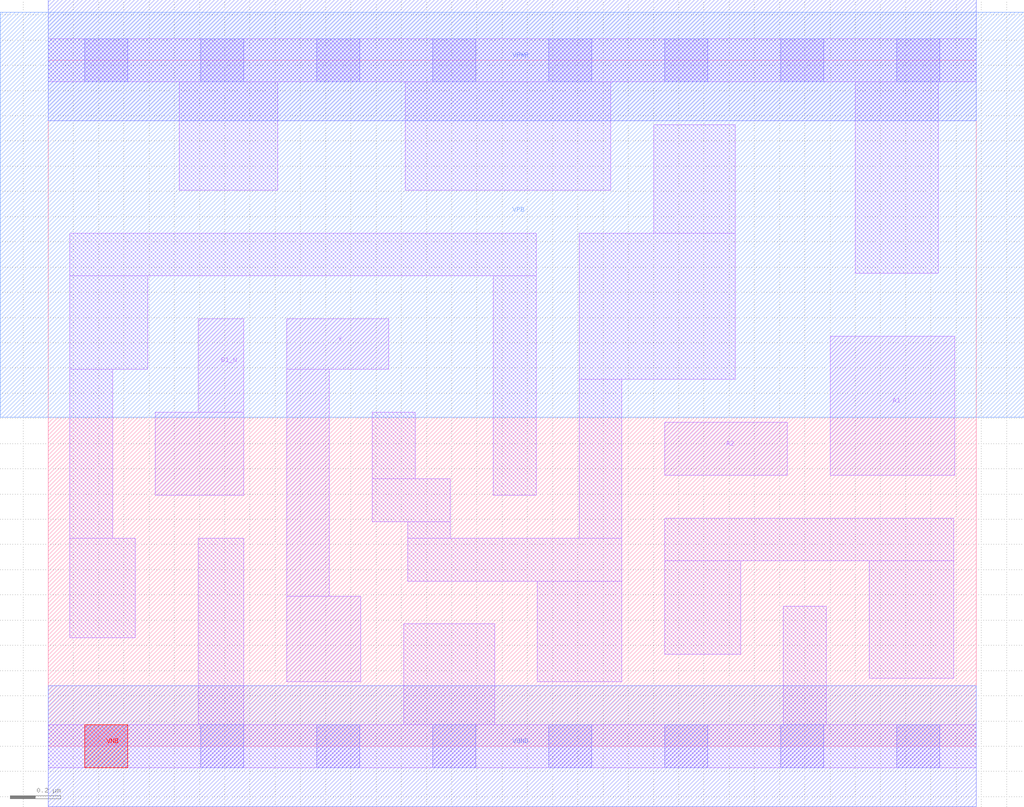
<source format=lef>
# Copyright 2020 The SkyWater PDK Authors
#
# Licensed under the Apache License, Version 2.0 (the "License");
# you may not use this file except in compliance with the License.
# You may obtain a copy of the License at
#
#     https://www.apache.org/licenses/LICENSE-2.0
#
# Unless required by applicable law or agreed to in writing, software
# distributed under the License is distributed on an "AS IS" BASIS,
# WITHOUT WARRANTIES OR CONDITIONS OF ANY KIND, either express or implied.
# See the License for the specific language governing permissions and
# limitations under the License.
#
# SPDX-License-Identifier: Apache-2.0

VERSION 5.7 ;
  NOWIREEXTENSIONATPIN ON ;
  DIVIDERCHAR "/" ;
  BUSBITCHARS "[]" ;
MACRO sky130_fd_sc_hd__o21ba_2
  CLASS CORE ;
  FOREIGN sky130_fd_sc_hd__o21ba_2 ;
  ORIGIN  0.000000  0.000000 ;
  SIZE  3.680000 BY  2.720000 ;
  SYMMETRY X Y R90 ;
  SITE unithd ;
  PIN A1
    ANTENNAGATEAREA  0.247500 ;
    DIRECTION INPUT ;
    USE SIGNAL ;
    PORT
      LAYER li1 ;
        RECT 3.100000 1.075000 3.595000 1.625000 ;
    END
  END A1
  PIN A2
    ANTENNAGATEAREA  0.247500 ;
    DIRECTION INPUT ;
    USE SIGNAL ;
    PORT
      LAYER li1 ;
        RECT 2.445000 1.075000 2.930000 1.285000 ;
    END
  END A2
  PIN B1_N
    ANTENNAGATEAREA  0.126000 ;
    DIRECTION INPUT ;
    USE SIGNAL ;
    PORT
      LAYER li1 ;
        RECT 0.425000 0.995000 0.775000 1.325000 ;
        RECT 0.595000 1.325000 0.775000 1.695000 ;
    END
  END B1_N
  PIN VNB
    PORT
      LAYER pwell ;
        RECT 0.145000 -0.085000 0.315000 0.085000 ;
    END
  END VNB
  PIN VPB
    PORT
      LAYER nwell ;
        RECT -0.190000 1.305000 3.870000 2.910000 ;
    END
  END VPB
  PIN X
    ANTENNADIFFAREA  0.445500 ;
    DIRECTION OUTPUT ;
    USE SIGNAL ;
    PORT
      LAYER li1 ;
        RECT 0.945000 0.255000 1.240000 0.595000 ;
        RECT 0.945000 0.595000 1.115000 1.495000 ;
        RECT 0.945000 1.495000 1.350000 1.695000 ;
    END
  END X
  PIN VGND
    DIRECTION INOUT ;
    SHAPE ABUTMENT ;
    USE GROUND ;
    PORT
      LAYER met1 ;
        RECT 0.000000 -0.240000 3.680000 0.240000 ;
    END
  END VGND
  PIN VPWR
    DIRECTION INOUT ;
    SHAPE ABUTMENT ;
    USE POWER ;
    PORT
      LAYER met1 ;
        RECT 0.000000 2.480000 3.680000 2.960000 ;
    END
  END VPWR
  OBS
    LAYER li1 ;
      RECT 0.000000 -0.085000 3.680000 0.085000 ;
      RECT 0.000000  2.635000 3.680000 2.805000 ;
      RECT 0.085000  0.430000 0.345000 0.825000 ;
      RECT 0.085000  0.825000 0.255000 1.495000 ;
      RECT 0.085000  1.495000 0.395000 1.865000 ;
      RECT 0.085000  1.865000 1.935000 2.035000 ;
      RECT 0.520000  2.205000 0.910000 2.635000 ;
      RECT 0.595000  0.085000 0.775000 0.825000 ;
      RECT 1.285000  0.890000 1.595000 1.060000 ;
      RECT 1.285000  1.060000 1.455000 1.325000 ;
      RECT 1.410000  0.085000 1.770000 0.485000 ;
      RECT 1.415000  2.205000 2.230000 2.635000 ;
      RECT 1.425000  0.655000 2.275000 0.825000 ;
      RECT 1.425000  0.825000 1.595000 0.890000 ;
      RECT 1.765000  0.995000 1.935000 1.865000 ;
      RECT 1.940000  0.255000 2.275000 0.655000 ;
      RECT 2.105000  0.825000 2.275000 1.455000 ;
      RECT 2.105000  1.455000 2.725000 2.035000 ;
      RECT 2.400000  2.035000 2.725000 2.465000 ;
      RECT 2.445000  0.365000 2.745000 0.735000 ;
      RECT 2.445000  0.735000 3.590000 0.905000 ;
      RECT 2.915000  0.085000 3.085000 0.555000 ;
      RECT 3.200000  1.875000 3.530000 2.635000 ;
      RECT 3.255000  0.270000 3.590000 0.735000 ;
    LAYER mcon ;
      RECT 0.145000 -0.085000 0.315000 0.085000 ;
      RECT 0.145000  2.635000 0.315000 2.805000 ;
      RECT 0.605000 -0.085000 0.775000 0.085000 ;
      RECT 0.605000  2.635000 0.775000 2.805000 ;
      RECT 1.065000 -0.085000 1.235000 0.085000 ;
      RECT 1.065000  2.635000 1.235000 2.805000 ;
      RECT 1.525000 -0.085000 1.695000 0.085000 ;
      RECT 1.525000  2.635000 1.695000 2.805000 ;
      RECT 1.985000 -0.085000 2.155000 0.085000 ;
      RECT 1.985000  2.635000 2.155000 2.805000 ;
      RECT 2.445000 -0.085000 2.615000 0.085000 ;
      RECT 2.445000  2.635000 2.615000 2.805000 ;
      RECT 2.905000 -0.085000 3.075000 0.085000 ;
      RECT 2.905000  2.635000 3.075000 2.805000 ;
      RECT 3.365000 -0.085000 3.535000 0.085000 ;
      RECT 3.365000  2.635000 3.535000 2.805000 ;
  END
END sky130_fd_sc_hd__o21ba_2
END LIBRARY

</source>
